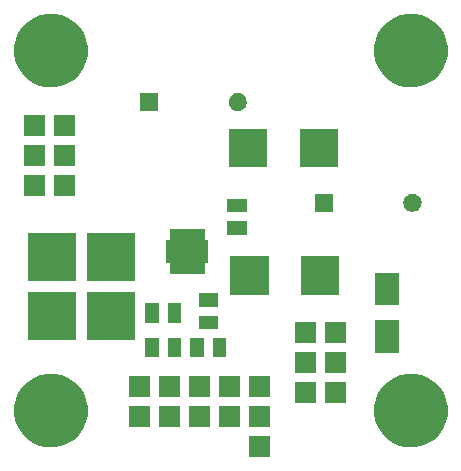
<source format=gbr>
G04 #@! TF.FileFunction,Soldermask,Bot*
%FSLAX46Y46*%
G04 Gerber Fmt 4.6, Leading zero omitted, Abs format (unit mm)*
G04 Created by KiCad (PCBNEW 4.0.2+e4-6225~38~ubuntu15.10.1-stable) date Út 31. květen 2016, 19:10:35 CEST*
%MOMM*%
G01*
G04 APERTURE LIST*
%ADD10C,0.500000*%
G04 APERTURE END LIST*
D10*
G36*
X23615000Y1150000D02*
X21851000Y1150000D01*
X21851000Y2914000D01*
X23615000Y2914000D01*
X23615000Y1150000D01*
X23615000Y1150000D01*
G37*
G36*
X5407706Y8197923D02*
X6007075Y8074890D01*
X6571127Y7837785D01*
X7078386Y7495635D01*
X7509528Y7061472D01*
X7848130Y6551837D01*
X8081289Y5986147D01*
X8200068Y5386276D01*
X8200068Y5386261D01*
X8200133Y5385932D01*
X8190375Y4687068D01*
X8190299Y4686734D01*
X8190299Y4686722D01*
X8054821Y4090411D01*
X7805952Y3531444D01*
X7453255Y3031464D01*
X7010156Y2609506D01*
X6493546Y2281656D01*
X5923090Y2060390D01*
X5320524Y1954142D01*
X4708794Y1966955D01*
X4111197Y2098346D01*
X3550512Y2343303D01*
X3048081Y2692502D01*
X2623042Y3132642D01*
X2291593Y3646951D01*
X2066351Y4215848D01*
X1955896Y4817665D01*
X1964440Y5429467D01*
X2091653Y6027957D01*
X2332693Y6590345D01*
X2678376Y7095202D01*
X3115537Y7523303D01*
X3627522Y7858336D01*
X4194832Y8087544D01*
X4795855Y8202195D01*
X5407706Y8197923D01*
X5407706Y8197923D01*
G37*
G36*
X35887706Y8197923D02*
X36487075Y8074890D01*
X37051127Y7837785D01*
X37558386Y7495635D01*
X37989528Y7061472D01*
X38328130Y6551837D01*
X38561289Y5986147D01*
X38680068Y5386276D01*
X38680068Y5386261D01*
X38680133Y5385932D01*
X38670375Y4687068D01*
X38670299Y4686734D01*
X38670299Y4686722D01*
X38534821Y4090411D01*
X38285952Y3531444D01*
X37933255Y3031464D01*
X37490156Y2609506D01*
X36973546Y2281656D01*
X36403090Y2060390D01*
X35800524Y1954142D01*
X35188794Y1966955D01*
X34591197Y2098346D01*
X34030512Y2343303D01*
X33528081Y2692502D01*
X33103042Y3132642D01*
X32771593Y3646951D01*
X32546351Y4215848D01*
X32435896Y4817665D01*
X32444440Y5429467D01*
X32571653Y6027957D01*
X32812693Y6590345D01*
X33158376Y7095202D01*
X33595537Y7523303D01*
X34107522Y7858336D01*
X34674832Y8087544D01*
X35275855Y8202195D01*
X35887706Y8197923D01*
X35887706Y8197923D01*
G37*
G36*
X13455000Y3690000D02*
X11691000Y3690000D01*
X11691000Y5454000D01*
X13455000Y5454000D01*
X13455000Y3690000D01*
X13455000Y3690000D01*
G37*
G36*
X15995000Y3690000D02*
X14231000Y3690000D01*
X14231000Y5454000D01*
X15995000Y5454000D01*
X15995000Y3690000D01*
X15995000Y3690000D01*
G37*
G36*
X18535000Y3690000D02*
X16771000Y3690000D01*
X16771000Y5454000D01*
X18535000Y5454000D01*
X18535000Y3690000D01*
X18535000Y3690000D01*
G37*
G36*
X23615000Y3690000D02*
X21851000Y3690000D01*
X21851000Y5454000D01*
X23615000Y5454000D01*
X23615000Y3690000D01*
X23615000Y3690000D01*
G37*
G36*
X21075000Y3690000D02*
X19311000Y3690000D01*
X19311000Y5454000D01*
X21075000Y5454000D01*
X21075000Y3690000D01*
X21075000Y3690000D01*
G37*
G36*
X30092000Y5722000D02*
X28328000Y5722000D01*
X28328000Y7486000D01*
X30092000Y7486000D01*
X30092000Y5722000D01*
X30092000Y5722000D01*
G37*
G36*
X27552000Y5722000D02*
X25788000Y5722000D01*
X25788000Y7486000D01*
X27552000Y7486000D01*
X27552000Y5722000D01*
X27552000Y5722000D01*
G37*
G36*
X23615000Y6230000D02*
X21851000Y6230000D01*
X21851000Y7994000D01*
X23615000Y7994000D01*
X23615000Y6230000D01*
X23615000Y6230000D01*
G37*
G36*
X13455000Y6230000D02*
X11691000Y6230000D01*
X11691000Y7994000D01*
X13455000Y7994000D01*
X13455000Y6230000D01*
X13455000Y6230000D01*
G37*
G36*
X15995000Y6230000D02*
X14231000Y6230000D01*
X14231000Y7994000D01*
X15995000Y7994000D01*
X15995000Y6230000D01*
X15995000Y6230000D01*
G37*
G36*
X21075000Y6230000D02*
X19311000Y6230000D01*
X19311000Y7994000D01*
X21075000Y7994000D01*
X21075000Y6230000D01*
X21075000Y6230000D01*
G37*
G36*
X18535000Y6230000D02*
X16771000Y6230000D01*
X16771000Y7994000D01*
X18535000Y7994000D01*
X18535000Y6230000D01*
X18535000Y6230000D01*
G37*
G36*
X27552000Y8262000D02*
X25788000Y8262000D01*
X25788000Y10026000D01*
X27552000Y10026000D01*
X27552000Y8262000D01*
X27552000Y8262000D01*
G37*
G36*
X30092000Y8262000D02*
X28328000Y8262000D01*
X28328000Y10026000D01*
X30092000Y10026000D01*
X30092000Y8262000D01*
X30092000Y8262000D01*
G37*
G36*
X19932000Y9595500D02*
X18803000Y9595500D01*
X18803000Y11232500D01*
X19932000Y11232500D01*
X19932000Y9595500D01*
X19932000Y9595500D01*
G37*
G36*
X18027000Y9595500D02*
X16898000Y9595500D01*
X16898000Y11232500D01*
X18027000Y11232500D01*
X18027000Y9595500D01*
X18027000Y9595500D01*
G37*
G36*
X16122000Y9595500D02*
X14993000Y9595500D01*
X14993000Y11232500D01*
X16122000Y11232500D01*
X16122000Y9595500D01*
X16122000Y9595500D01*
G37*
G36*
X14217000Y9595500D02*
X13088000Y9595500D01*
X13088000Y11232500D01*
X14217000Y11232500D01*
X14217000Y9595500D01*
X14217000Y9595500D01*
G37*
G36*
X34548430Y9966340D02*
X32507570Y9966340D01*
X32507570Y12705700D01*
X34548430Y12705700D01*
X34548430Y9966340D01*
X34548430Y9966340D01*
G37*
G36*
X30092000Y10802000D02*
X28328000Y10802000D01*
X28328000Y12566000D01*
X30092000Y12566000D01*
X30092000Y10802000D01*
X30092000Y10802000D01*
G37*
G36*
X27552000Y10802000D02*
X25788000Y10802000D01*
X25788000Y12566000D01*
X27552000Y12566000D01*
X27552000Y10802000D01*
X27552000Y10802000D01*
G37*
G36*
X12185000Y11056000D02*
X8135000Y11056000D01*
X8135000Y15106000D01*
X12185000Y15106000D01*
X12185000Y11056000D01*
X12185000Y11056000D01*
G37*
G36*
X7185000Y11056000D02*
X3135000Y11056000D01*
X3135000Y15106000D01*
X7185000Y15106000D01*
X7185000Y11056000D01*
X7185000Y11056000D01*
G37*
G36*
X19233500Y11945000D02*
X17596500Y11945000D01*
X17596500Y13074000D01*
X19233500Y13074000D01*
X19233500Y11945000D01*
X19233500Y11945000D01*
G37*
G36*
X16122000Y12516500D02*
X14993000Y12516500D01*
X14993000Y14153500D01*
X16122000Y14153500D01*
X16122000Y12516500D01*
X16122000Y12516500D01*
G37*
G36*
X14217000Y12516500D02*
X13088000Y12516500D01*
X13088000Y14153500D01*
X14217000Y14153500D01*
X14217000Y12516500D01*
X14217000Y12516500D01*
G37*
G36*
X19233500Y13850000D02*
X17596500Y13850000D01*
X17596500Y14979000D01*
X19233500Y14979000D01*
X19233500Y13850000D01*
X19233500Y13850000D01*
G37*
G36*
X34548430Y13964300D02*
X32507570Y13964300D01*
X32507570Y16703660D01*
X34548430Y16703660D01*
X34548430Y13964300D01*
X34548430Y13964300D01*
G37*
G36*
X23512000Y14890000D02*
X20272000Y14890000D01*
X20272000Y18130000D01*
X23512000Y18130000D01*
X23512000Y14890000D01*
X23512000Y14890000D01*
G37*
G36*
X29512000Y14890000D02*
X26272000Y14890000D01*
X26272000Y18130000D01*
X29512000Y18130000D01*
X29512000Y14890000D01*
X29512000Y14890000D01*
G37*
G36*
X7185000Y16009000D02*
X3135000Y16009000D01*
X3135000Y20059000D01*
X7185000Y20059000D01*
X7185000Y16009000D01*
X7185000Y16009000D01*
G37*
G36*
X12185000Y16009000D02*
X8135000Y16009000D01*
X8135000Y20059000D01*
X12185000Y20059000D01*
X12185000Y16009000D01*
X12185000Y16009000D01*
G37*
G36*
X18132000Y19562000D02*
X18133980Y19548070D01*
X18139761Y19535244D01*
X18148888Y19524536D01*
X18160636Y19516794D01*
X18174076Y19512632D01*
X18182000Y19512000D01*
X18407000Y19512000D01*
X18407000Y17572000D01*
X18182000Y17572000D01*
X18168070Y17570020D01*
X18155244Y17564239D01*
X18144536Y17555112D01*
X18136794Y17543364D01*
X18132632Y17529924D01*
X18132000Y17522000D01*
X18132000Y16622000D01*
X15142000Y16622000D01*
X15142000Y17522000D01*
X15140020Y17535930D01*
X15134239Y17548756D01*
X15125112Y17559464D01*
X15113364Y17567206D01*
X15099924Y17571368D01*
X15092000Y17572000D01*
X14867000Y17572000D01*
X14867000Y19512000D01*
X15092000Y19512000D01*
X15105930Y19513980D01*
X15118756Y19519761D01*
X15129464Y19528888D01*
X15137206Y19540636D01*
X15141368Y19554076D01*
X15142000Y19562000D01*
X15142000Y20462000D01*
X18132000Y20462000D01*
X18132000Y19562000D01*
X18132000Y19562000D01*
G37*
G36*
X21646500Y19946000D02*
X20009500Y19946000D01*
X20009500Y21075000D01*
X21646500Y21075000D01*
X21646500Y19946000D01*
X21646500Y19946000D01*
G37*
G36*
X21646500Y21851000D02*
X20009500Y21851000D01*
X20009500Y22980000D01*
X21646500Y22980000D01*
X21646500Y21851000D01*
X21646500Y21851000D01*
G37*
G36*
X35774876Y23438989D02*
X35922799Y23408625D01*
X36062002Y23350109D01*
X36187192Y23265668D01*
X36293597Y23158517D01*
X36377164Y23032741D01*
X36434704Y22893136D01*
X36463968Y22745346D01*
X36463968Y22745331D01*
X36464033Y22745002D01*
X36461625Y22572526D01*
X36461549Y22572192D01*
X36461549Y22572181D01*
X36428172Y22425274D01*
X36366752Y22287322D01*
X36279712Y22163933D01*
X36170351Y22059791D01*
X36042858Y21978882D01*
X35902070Y21924274D01*
X35753361Y21898052D01*
X35602390Y21901214D01*
X35454901Y21933642D01*
X35316529Y21994095D01*
X35192532Y22080276D01*
X35087634Y22188901D01*
X35005833Y22315830D01*
X34950245Y22456230D01*
X34922985Y22604759D01*
X34925094Y22755749D01*
X34956488Y22903449D01*
X35015976Y23042244D01*
X35101292Y23166844D01*
X35209181Y23272498D01*
X35335535Y23355181D01*
X35475545Y23411749D01*
X35623872Y23440044D01*
X35774876Y23438989D01*
X35774876Y23438989D01*
G37*
G36*
X28964000Y21899500D02*
X27424000Y21899500D01*
X27424000Y23439500D01*
X28964000Y23439500D01*
X28964000Y21899500D01*
X28964000Y21899500D01*
G37*
G36*
X4565000Y23248000D02*
X2801000Y23248000D01*
X2801000Y25012000D01*
X4565000Y25012000D01*
X4565000Y23248000D01*
X4565000Y23248000D01*
G37*
G36*
X7105000Y23248000D02*
X5341000Y23248000D01*
X5341000Y25012000D01*
X7105000Y25012000D01*
X7105000Y23248000D01*
X7105000Y23248000D01*
G37*
G36*
X29385000Y25685000D02*
X26145000Y25685000D01*
X26145000Y28925000D01*
X29385000Y28925000D01*
X29385000Y25685000D01*
X29385000Y25685000D01*
G37*
G36*
X23385000Y25685000D02*
X20145000Y25685000D01*
X20145000Y28925000D01*
X23385000Y28925000D01*
X23385000Y25685000D01*
X23385000Y25685000D01*
G37*
G36*
X4565000Y25788000D02*
X2801000Y25788000D01*
X2801000Y27552000D01*
X4565000Y27552000D01*
X4565000Y25788000D01*
X4565000Y25788000D01*
G37*
G36*
X7105000Y25788000D02*
X5341000Y25788000D01*
X5341000Y27552000D01*
X7105000Y27552000D01*
X7105000Y25788000D01*
X7105000Y25788000D01*
G37*
G36*
X7105000Y28328000D02*
X5341000Y28328000D01*
X5341000Y30092000D01*
X7105000Y30092000D01*
X7105000Y28328000D01*
X7105000Y28328000D01*
G37*
G36*
X4565000Y28328000D02*
X2801000Y28328000D01*
X2801000Y30092000D01*
X4565000Y30092000D01*
X4565000Y28328000D01*
X4565000Y28328000D01*
G37*
G36*
X20979376Y31947989D02*
X21127299Y31917625D01*
X21266502Y31859109D01*
X21391692Y31774668D01*
X21498097Y31667517D01*
X21581664Y31541741D01*
X21639204Y31402136D01*
X21668468Y31254346D01*
X21668468Y31254331D01*
X21668533Y31254002D01*
X21666125Y31081526D01*
X21666049Y31081192D01*
X21666049Y31081181D01*
X21632672Y30934274D01*
X21571252Y30796322D01*
X21484212Y30672933D01*
X21374851Y30568791D01*
X21247358Y30487882D01*
X21106570Y30433274D01*
X20957861Y30407052D01*
X20806890Y30410214D01*
X20659401Y30442642D01*
X20521029Y30503095D01*
X20397032Y30589276D01*
X20292134Y30697901D01*
X20210333Y30824830D01*
X20154745Y30965230D01*
X20127485Y31113759D01*
X20129594Y31264749D01*
X20160988Y31412449D01*
X20220476Y31551244D01*
X20305792Y31675844D01*
X20413681Y31781498D01*
X20540035Y31864181D01*
X20680045Y31920749D01*
X20828372Y31949044D01*
X20979376Y31947989D01*
X20979376Y31947989D01*
G37*
G36*
X14168500Y30408500D02*
X12628500Y30408500D01*
X12628500Y31948500D01*
X14168500Y31948500D01*
X14168500Y30408500D01*
X14168500Y30408500D01*
G37*
G36*
X35887706Y38677923D02*
X36487075Y38554890D01*
X37051127Y38317785D01*
X37558386Y37975635D01*
X37989528Y37541472D01*
X38328130Y37031837D01*
X38561289Y36466147D01*
X38680068Y35866276D01*
X38680068Y35866261D01*
X38680133Y35865932D01*
X38670375Y35167068D01*
X38670299Y35166734D01*
X38670299Y35166722D01*
X38534821Y34570411D01*
X38285952Y34011444D01*
X37933255Y33511464D01*
X37490156Y33089506D01*
X36973546Y32761656D01*
X36403090Y32540390D01*
X35800524Y32434142D01*
X35188794Y32446955D01*
X34591197Y32578346D01*
X34030512Y32823303D01*
X33528081Y33172502D01*
X33103042Y33612642D01*
X32771593Y34126951D01*
X32546351Y34695848D01*
X32435896Y35297665D01*
X32444440Y35909467D01*
X32571653Y36507957D01*
X32812693Y37070345D01*
X33158376Y37575202D01*
X33595537Y38003303D01*
X34107522Y38338336D01*
X34674832Y38567544D01*
X35275855Y38682195D01*
X35887706Y38677923D01*
X35887706Y38677923D01*
G37*
G36*
X5407706Y38677923D02*
X6007075Y38554890D01*
X6571127Y38317785D01*
X7078386Y37975635D01*
X7509528Y37541472D01*
X7848130Y37031837D01*
X8081289Y36466147D01*
X8200068Y35866276D01*
X8200068Y35866261D01*
X8200133Y35865932D01*
X8190375Y35167068D01*
X8190299Y35166734D01*
X8190299Y35166722D01*
X8054821Y34570411D01*
X7805952Y34011444D01*
X7453255Y33511464D01*
X7010156Y33089506D01*
X6493546Y32761656D01*
X5923090Y32540390D01*
X5320524Y32434142D01*
X4708794Y32446955D01*
X4111197Y32578346D01*
X3550512Y32823303D01*
X3048081Y33172502D01*
X2623042Y33612642D01*
X2291593Y34126951D01*
X2066351Y34695848D01*
X1955896Y35297665D01*
X1964440Y35909467D01*
X2091653Y36507957D01*
X2332693Y37070345D01*
X2678376Y37575202D01*
X3115537Y38003303D01*
X3627522Y38338336D01*
X4194832Y38567544D01*
X4795855Y38682195D01*
X5407706Y38677923D01*
X5407706Y38677923D01*
G37*
M02*

</source>
